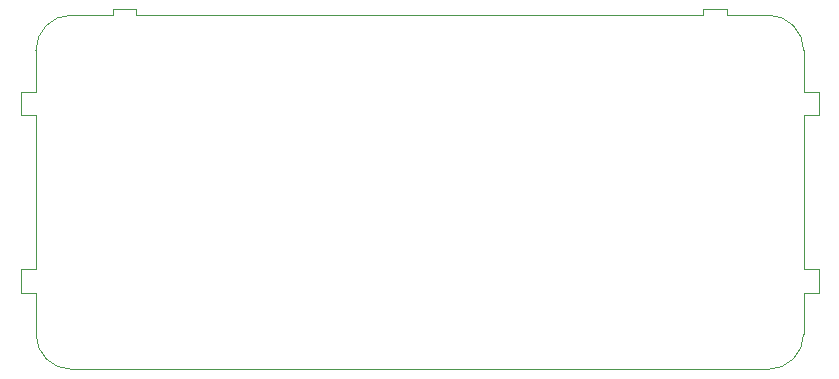
<source format=gm1>
G04 #@! TF.GenerationSoftware,KiCad,Pcbnew,(5.1.4)-1*
G04 #@! TF.CreationDate,2020-03-10T21:25:51+00:00*
G04 #@! TF.ProjectId,rgb-to-hdmi,7267622d-746f-42d6-9864-6d692e6b6963,rev?*
G04 #@! TF.SameCoordinates,Original*
G04 #@! TF.FileFunction,Profile,NP*
%FSLAX46Y46*%
G04 Gerber Fmt 4.6, Leading zero omitted, Abs format (unit mm)*
G04 Created by KiCad (PCBNEW (5.1.4)-1) date 2020-03-10 21:25:51*
%MOMM*%
%LPD*%
G04 APERTURE LIST*
%ADD10C,0.100000*%
G04 APERTURE END LIST*
D10*
X74502000Y-24000960D02*
X74502000Y-24500960D01*
X72502000Y-24000960D02*
X72502000Y-24500960D01*
X74502000Y-24000960D02*
X72502000Y-24000960D01*
X24502000Y-24500960D02*
X24502000Y-24000960D01*
X22502000Y-24000960D02*
X22502000Y-24500960D01*
X24502000Y-24000960D02*
X22502000Y-24000960D01*
X82302000Y-48000960D02*
X81002000Y-48000960D01*
X82302000Y-46000960D02*
X81002000Y-46000960D01*
X82302000Y-48000960D02*
X82302000Y-46000960D01*
X81002000Y-33000960D02*
X82302000Y-33000960D01*
X82302000Y-31000960D02*
X81002000Y-31000960D01*
X82302000Y-33000960D02*
X82302000Y-31000960D01*
X16002000Y-48000960D02*
X14702000Y-48000960D01*
X14702000Y-46000960D02*
X16002000Y-46000960D01*
X14702000Y-48000960D02*
X14702000Y-46000960D01*
X14702000Y-33000960D02*
X16002000Y-33000960D01*
X14702000Y-31000960D02*
X14702000Y-33000960D01*
X14702000Y-31000960D02*
X16002000Y-31000960D01*
X74502000Y-24500960D02*
X78000000Y-24500000D01*
X24502000Y-24500960D02*
X72502000Y-24500960D01*
X19000000Y-24500000D02*
X22502000Y-24500960D01*
X16002000Y-46000960D02*
X16002000Y-33000960D01*
X81002000Y-46000960D02*
X81002000Y-33000960D01*
X81002000Y-31000960D02*
X81000000Y-27500000D01*
X81000000Y-51500000D02*
X81002000Y-48000960D01*
X16002000Y-31000960D02*
X16000000Y-27500000D01*
X16000000Y-51500000D02*
X16002000Y-48000960D01*
X81000000Y-27500000D02*
G75*
G03X78000000Y-24500000I-3000000J0D01*
G01*
X19000000Y-24500000D02*
G75*
G03X16000000Y-27500000I0J-3000000D01*
G01*
X78000000Y-54500000D02*
G75*
G03X81000000Y-51500000I0J3000000D01*
G01*
X16000000Y-51500000D02*
G75*
G03X19000000Y-54500000I3000000J0D01*
G01*
X19000000Y-54500000D02*
X78000000Y-54500000D01*
M02*

</source>
